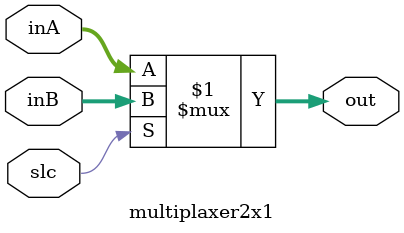
<source format=v>
module multiplaxer2x1(inA,inB,slc,out);
input [31:0] inA;
input [31:0] inB;
input slc;
output [31:0] out;

assign out = slc ? inB:inA;

endmodule

</source>
